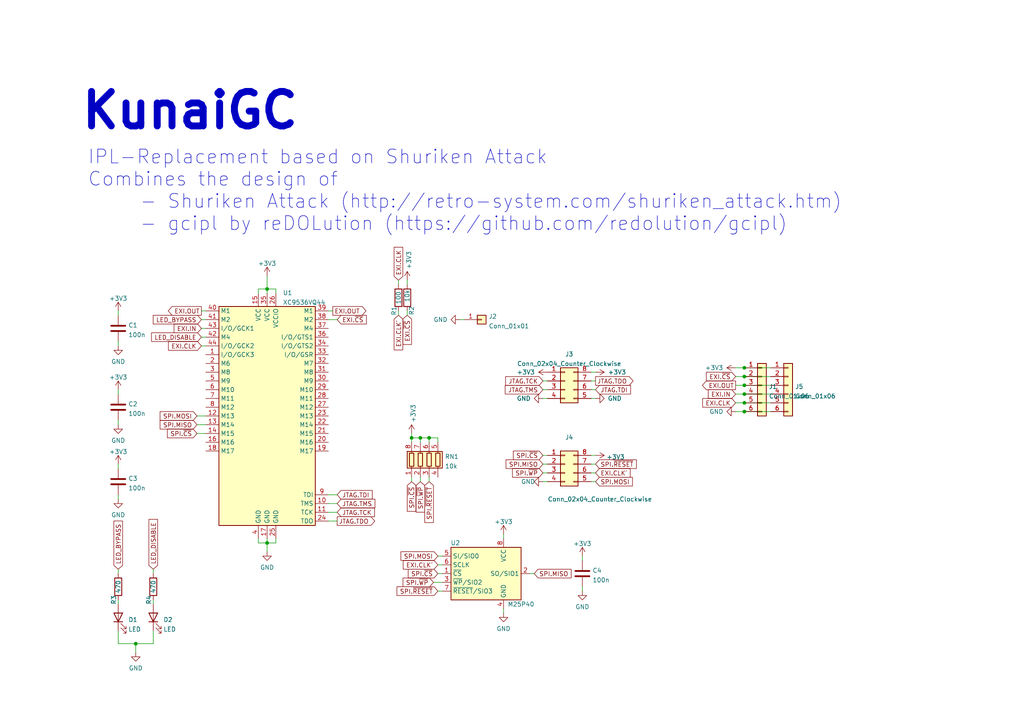
<source format=kicad_sch>
(kicad_sch (version 20230121) (generator eeschema)
  (paper "A4")
  (lib_symbols
    (symbol "CPLD_Xilinx:XC9536VQ44"
      (property "Reference" "U" (at -13.97 33.02 0))
      (property "Value" "XC9536VQ44" (at -13.97 -33.02 0))
      (symbol "XC9536VQ44_1_1"
        (rectangle (start -13.97 31.75) (end 13.97 -31.75) (stroke (width 0.254)) (fill (type background)))
        (pin bidirectional line (at -17.78 17.78 0) (length 3.81) (name "I/O/GCK3") (number "1"))
        (pin input line (at 17.78 -25.4 180) (length 3.81) (name "TMS") (number "10"))
        (pin input line (at 17.78 -27.94 180) (length 3.81) (name "TCK") (number "11"))
        (pin bidirectional line (at -17.78 0 0) (length 3.81) (name "M13") (number "12"))
        (pin bidirectional line (at -17.78 -2.54 0) (length 3.81) (name "M14") (number "13"))
        (pin bidirectional line (at -17.78 -5.08 0) (length 3.81) (name "M15") (number "14"))
        (pin power_in line (at -2.54 35.56 270) (length 3.81) (name "VCC") (number "15"))
        (pin bidirectional line (at -17.78 -7.62 0) (length 3.81) (name "M16") (number "16"))
        (pin power_in line (at 0 -35.56 90) (length 3.81) (name "GND") (number "17"))
        (pin bidirectional line (at -17.78 -10.16 0) (length 3.81) (name "M17") (number "18"))
        (pin bidirectional line (at 17.78 -10.16 180) (length 3.81) (name "M17") (number "19"))
        (pin bidirectional line (at -17.78 15.24 0) (length 3.81) (name "M6") (number "2"))
        (pin bidirectional line (at 17.78 -7.62 180) (length 3.81) (name "M16") (number "20"))
        (pin bidirectional line (at 17.78 -5.08 180) (length 3.81) (name "M15") (number "21"))
        (pin bidirectional line (at 17.78 -2.54 180) (length 3.81) (name "M14") (number "22"))
        (pin bidirectional line (at 17.78 0 180) (length 3.81) (name "M13") (number "23"))
        (pin output line (at 17.78 -30.48 180) (length 3.81) (name "TDO") (number "24"))
        (pin power_in line (at 2.54 -35.56 90) (length 3.81) (name "GND") (number "25"))
        (pin power_in line (at 2.54 35.56 270) (length 3.81) (name "VCCIO") (number "26"))
        (pin bidirectional line (at 17.78 2.54 180) (length 3.81) (name "M12") (number "27"))
        (pin bidirectional line (at 17.78 5.08 180) (length 3.81) (name "M11") (number "28"))
        (pin bidirectional line (at 17.78 7.62 180) (length 3.81) (name "M10") (number "29"))
        (pin bidirectional line (at -17.78 12.7 0) (length 3.81) (name "M8") (number "3"))
        (pin bidirectional line (at 17.78 10.16 180) (length 3.81) (name "M9") (number "30"))
        (pin bidirectional line (at 17.78 12.7 180) (length 3.81) (name "M8") (number "31"))
        (pin bidirectional line (at 17.78 15.24 180) (length 3.81) (name "M7") (number "32"))
        (pin bidirectional line (at 17.78 17.78 180) (length 3.81) (name "I/O/GSR") (number "33"))
        (pin bidirectional line (at 17.78 20.32 180) (length 3.81) (name "I/O/GTS2") (number "34"))
        (pin power_in line (at 0 35.56 270) (length 3.81) (name "VCC") (number "35"))
        (pin bidirectional line (at 17.78 22.86 180) (length 3.81) (name "I/O/GTS1") (number "36"))
        (pin bidirectional line (at 17.78 25.4 180) (length 3.81) (name "M4") (number "37"))
        (pin bidirectional line (at 17.78 27.94 180) (length 3.81) (name "M2") (number "38"))
        (pin bidirectional line (at 17.78 30.48 180) (length 3.81) (name "M1") (number "39"))
        (pin power_in line (at -2.54 -35.56 90) (length 3.81) (name "GND") (number "4"))
        (pin bidirectional line (at -17.78 30.48 0) (length 3.81) (name "M1") (number "40"))
        (pin bidirectional line (at -17.78 27.94 0) (length 3.81) (name "M2") (number "41"))
        (pin bidirectional line (at -17.78 22.86 0) (length 3.81) (name "M4") (number "42"))
        (pin bidirectional line (at -17.78 25.4 0) (length 3.81) (name "I/O/GCK1") (number "43"))
        (pin bidirectional line (at -17.78 20.32 0) (length 3.81) (name "I/O/GCK2") (number "44"))
        (pin bidirectional line (at -17.78 10.16 0) (length 3.81) (name "M9") (number "5"))
        (pin bidirectional line (at -17.78 7.62 0) (length 3.81) (name "M10") (number "6"))
        (pin bidirectional line (at -17.78 5.08 0) (length 3.81) (name "M11") (number "7"))
        (pin bidirectional line (at -17.78 2.54 0) (length 3.81) (name "M12") (number "8"))
        (pin input line (at 17.78 -22.86 180) (length 3.81) (name "TDI") (number "9"))
      )
    )
    (symbol "Connector_Generic:Conn_01x01" (pin_names (offset 1.016) hide)
      (property "Reference" "J" (at 0 2.54 0))
      (property "Value" "Conn_01x01" (at 0 -2.54 0))
      (symbol "Conn_01x01_1_1"
        (rectangle (start -1.27 0.127) (end 0 -0.127) (stroke (width 0.1524)))
        (rectangle (start -1.27 1.27) (end 1.27 -1.27) (stroke (width 0.254)) (fill (type background)))
        (pin passive line (at -5.08 0 0) (length 3.81) (name "Pin_1") (number "1"))
      )
    )
    (symbol "Connector_Generic:Conn_01x06" (pin_names (offset 1.016) hide)
      (property "Reference" "J" (at 0 7.62 0))
      (property "Value" "Conn_01x06" (at 0 -10.16 0))
      (symbol "Conn_01x06_1_1"
        (rectangle (start -1.27 -7.493) (end 0 -7.747) (stroke (width 0.1524)))
        (rectangle (start -1.27 -4.953) (end 0 -5.207) (stroke (width 0.1524)))
        (rectangle (start -1.27 -2.413) (end 0 -2.667) (stroke (width 0.1524)))
        (rectangle (start -1.27 0.127) (end 0 -0.127) (stroke (width 0.1524)))
        (rectangle (start -1.27 2.667) (end 0 2.413) (stroke (width 0.1524)))
        (rectangle (start -1.27 5.207) (end 0 4.953) (stroke (width 0.1524)))
        (rectangle (start -1.27 6.35) (end 1.27 -8.89) (stroke (width 0.254)) (fill (type background)))
        (pin passive line (at -5.08 5.08 0) (length 3.81) (name "Pin_1") (number "1"))
        (pin passive line (at -5.08 2.54 0) (length 3.81) (name "Pin_2") (number "2"))
        (pin passive line (at -5.08 0 0) (length 3.81) (name "Pin_3") (number "3"))
        (pin passive line (at -5.08 -2.54 0) (length 3.81) (name "Pin_4") (number "4"))
        (pin passive line (at -5.08 -5.08 0) (length 3.81) (name "Pin_5") (number "5"))
        (pin passive line (at -5.08 -7.62 0) (length 3.81) (name "Pin_6") (number "6"))
      )
    )
    (symbol "Connector_Generic:Conn_02x04_Counter_Clockwise" (pin_names (offset 1.016) hide)
      (property "Reference" "J" (at 1.27 5.08 0))
      (property "Value" "Conn_02x04_Counter_Clockwise" (at 1.27 -7.62 0))
      (symbol "Conn_02x04_Counter_Clockwise_1_1"
        (rectangle (start -1.27 -4.953) (end 0 -5.207) (stroke (width 0.1524)))
        (rectangle (start -1.27 -2.413) (end 0 -2.667) (stroke (width 0.1524)))
        (rectangle (start -1.27 0.127) (end 0 -0.127) (stroke (width 0.1524)))
        (rectangle (start -1.27 2.667) (end 0 2.413) (stroke (width 0.1524)))
        (rectangle (start -1.27 3.81) (end 3.81 -6.35) (stroke (width 0.254)) (fill (type background)))
        (rectangle (start 3.81 -4.953) (end 2.54 -5.207) (stroke (width 0.1524)))
        (rectangle (start 3.81 -2.413) (end 2.54 -2.667) (stroke (width 0.1524)))
        (rectangle (start 3.81 0.127) (end 2.54 -0.127) (stroke (width 0.1524)))
        (rectangle (start 3.81 2.667) (end 2.54 2.413) (stroke (width 0.1524)))
        (pin passive line (at -5.08 2.54 0) (length 3.81) (name "Pin_1") (number "1"))
        (pin passive line (at -5.08 0 0) (length 3.81) (name "Pin_2") (number "2"))
        (pin passive line (at -5.08 -2.54 0) (length 3.81) (name "Pin_3") (number "3"))
        (pin passive line (at -5.08 -5.08 0) (length 3.81) (name "Pin_4") (number "4"))
        (pin passive line (at 7.62 -5.08 180) (length 3.81) (name "Pin_5") (number "5"))
        (pin passive line (at 7.62 -2.54 180) (length 3.81) (name "Pin_6") (number "6"))
        (pin passive line (at 7.62 0 180) (length 3.81) (name "Pin_7") (number "7"))
        (pin passive line (at 7.62 2.54 180) (length 3.81) (name "Pin_8") (number "8"))
      )
    )
    (symbol "Device:C" (pin_numbers hide) (pin_names (offset 0.254))
      (property "Reference" "C" (at 0.635 2.54 0))
      (property "Value" "C" (at 0.635 -2.54 0))
      (symbol "C_0_1"
        (polyline (pts (xy -2.032 -0.762) (xy 2.032 -0.762)) (stroke (width 0.508)))
        (polyline (pts (xy -2.032 0.762) (xy 2.032 0.762)) (stroke (width 0.508)))
      )
      (symbol "C_1_1"
        (pin passive line (at 0 3.81 270) (length 2.794) (name "~") (number "1"))
        (pin passive line (at 0 -3.81 90) (length 2.794) (name "~") (number "2"))
      )
    )
    (symbol "Device:LED" (pin_numbers hide) (pin_names (offset 1.016) hide)
      (property "Reference" "D" (at 0 2.54 0))
      (property "Value" "LED" (at 0 -2.54 0))
      (symbol "LED_0_1"
        (polyline (pts (xy -1.27 -1.27) (xy -1.27 1.27)) (stroke (width 0.254)))
        (polyline (pts (xy -1.27 0) (xy 1.27 0)))
        (polyline (pts (xy 1.27 -1.27) (xy 1.27 1.27) (xy -1.27 0) (xy 1.27 -1.27)) (stroke (width 0.254)))
        (polyline (pts (xy -3.048 -0.762) (xy -4.572 -2.286) (xy -3.81 -2.286) (xy -4.572 -2.286) (xy -4.572 -1.524)))
        (polyline (pts (xy -1.778 -0.762) (xy -3.302 -2.286) (xy -2.54 -2.286) (xy -3.302 -2.286) (xy -3.302 -1.524)))
      )
      (symbol "LED_1_1"
        (pin passive line (at -3.81 0 0) (length 2.54) (name "K") (number "1"))
        (pin passive line (at 3.81 0 180) (length 2.54) (name "A") (number "2"))
      )
    )
    (symbol "Device:R" (pin_numbers hide) (pin_names (offset 0))
      (property "Reference" "R" (at 2.032 0 90))
      (property "Value" "R" (at 0 0 90))
      (symbol "R_0_1"
        (rectangle (start -1.016 -2.54) (end 1.016 2.54) (stroke (width 0.254)))
      )
      (symbol "R_1_1"
        (pin passive line (at 0 3.81 270) (length 1.27) (name "~") (number "1"))
        (pin passive line (at 0 -3.81 90) (length 1.27) (name "~") (number "2"))
      )
    )
    (symbol "Device:R_Pack04" (pin_names (offset 0) hide)
      (property "Reference" "RN" (at -7.62 0 90))
      (property "Value" "R_Pack04" (at 5.08 0 90))
      (symbol "R_Pack04_0_1"
        (rectangle (start -6.35 -2.413) (end 3.81 2.413) (stroke (width 0.254)) (fill (type background)))
        (rectangle (start -5.715 1.905) (end -4.445 -1.905) (stroke (width 0.254)))
        (rectangle (start -3.175 1.905) (end -1.905 -1.905) (stroke (width 0.254)))
        (rectangle (start -0.635 1.905) (end 0.635 -1.905) (stroke (width 0.254)))
        (polyline (pts (xy -5.08 -2.54) (xy -5.08 -1.905)))
        (polyline (pts (xy -5.08 1.905) (xy -5.08 2.54)))
        (polyline (pts (xy -2.54 -2.54) (xy -2.54 -1.905)))
        (polyline (pts (xy -2.54 1.905) (xy -2.54 2.54)))
        (polyline (pts (xy 0 -2.54) (xy 0 -1.905)))
        (polyline (pts (xy 0 1.905) (xy 0 2.54)))
        (polyline (pts (xy 2.54 -2.54) (xy 2.54 -1.905)))
        (polyline (pts (xy 2.54 1.905) (xy 2.54 2.54)))
        (rectangle (start 1.905 1.905) (end 3.175 -1.905) (stroke (width 0.254)))
      )
      (symbol "R_Pack04_1_1"
        (pin passive line (at -5.08 -5.08 90) (length 2.54) (name "R1.1") (number "1"))
        (pin passive line (at -2.54 -5.08 90) (length 2.54) (name "R2.1") (number "2"))
        (pin passive line (at 0 -5.08 90) (length 2.54) (name "R3.1") (number "3"))
        (pin passive line (at 2.54 -5.08 90) (length 2.54) (name "R4.1") (number "4"))
        (pin passive line (at 2.54 5.08 270) (length 2.54) (name "R4.2") (number "5"))
        (pin passive line (at 0 5.08 270) (length 2.54) (name "R3.2") (number "6"))
        (pin passive line (at -2.54 5.08 270) (length 2.54) (name "R2.2") (number "7"))
        (pin passive line (at -5.08 5.08 270) (length 2.54) (name "R1.2") (number "8"))
      )
    )
    (symbol "Memory_Flash:MX25R3235FM1xx0"
      (property "Reference" "U" (at -8.89 8.89 0))
      (property "Value" "MX25R3235FM1xx0" (at 15.24 8.89 0))
      (symbol "MX25R3235FM1xx0_1_1"
        (rectangle (start -10.16 7.62) (end 10.16 -7.62) (stroke (width 0.254)) (fill (type background)))
        (pin input line (at -12.7 0 0) (length 2.54) (name "~{CS}") (number "1"))
        (pin bidirectional line (at 12.7 0 180) (length 2.54) (name "SO/SIO1") (number "2"))
        (pin bidirectional line (at -12.7 -2.54 0) (length 2.54) (name "~{WP}/SIO2") (number "3"))
        (pin power_in line (at 5.08 -10.16 90) (length 2.54) (name "GND") (number "4"))
        (pin bidirectional line (at -12.7 5.08 0) (length 2.54) (name "SI/SIO0") (number "5"))
        (pin input line (at -12.7 2.54 0) (length 2.54) (name "SCLK") (number "6"))
        (pin bidirectional line (at -12.7 -5.08 0) (length 2.54) (name "~{RESET}/SIO3") (number "7"))
        (pin power_in line (at 5.08 10.16 270) (length 2.54) (name "VCC") (number "8"))
      )
    )
    (symbol "power:+3.3V" (power) (pin_names (offset 0))
      (property "Value" "+3.3V" (at 0 3.556 0))
      (symbol "+3.3V_0_1"
        (polyline (pts (xy -0.762 1.27) (xy 0 2.54)))
        (polyline (pts (xy 0 0) (xy 0 2.54)))
        (polyline (pts (xy 0 2.54) (xy 0.762 1.27)))
      )
      (symbol "+3.3V_1_1"
        (pin power_in line (at 0 0 90) (length 0) hide (name "+3V3") (number "1"))
      )
    )
    (symbol "power:GND" (power) (pin_names (offset 0))
      (property "Value" "GND" (at 0 -3.81 0))
      (symbol "GND_0_1"
        (polyline (pts (xy 0 0) (xy 0 -1.27) (xy 1.27 -1.27) (xy 0 -2.54) (xy -1.27 -1.27) (xy 0 -1.27)))
      )
      (symbol "GND_1_1"
        (pin power_in line (at 0 0 270) (length 0) hide (name "GND") (number "1"))
      )
    )
  )
  (junction (at 39.37 186.69))
  (junction (at 124.46 127))
  (junction (at 215.9 109.22))
  (junction (at 215.9 106.68))
  (junction (at 121.92 127))
  (junction (at 215.9 119.38))
  (junction (at 215.9 116.84))
  (junction (at 215.9 111.76))
  (junction (at 215.9 114.3))
  (junction (at 119.38 127))
  (junction (at 77.47 83.82))
  (junction (at 77.47 157.48))
  (wire (pts (xy 80.01 83.82) (xy 80.01 85.09)))
  (wire (pts (xy 215.9 111.76) (xy 223.52 111.76)))
  (wire (pts (xy 57.15 125.73) (xy 59.69 125.73)))
  (wire (pts (xy 215.9 116.84) (xy 223.52 116.84)))
  (wire (pts (xy 34.29 113.03) (xy 34.29 114.3)))
  (wire (pts (xy 115.57 82.55) (xy 115.57 81.28)))
  (wire (pts (xy 34.29 121.92) (xy 34.29 123.19)))
  (wire (pts (xy 95.25 92.71) (xy 97.79 92.71)))
  (wire (pts (xy 44.45 173.99) (xy 44.45 175.26)))
  (wire (pts (xy 77.47 157.48) (xy 80.01 157.48)))
  (wire (pts (xy 172.72 139.7) (xy 171.45 139.7)))
  (wire (pts (xy 172.72 110.49) (xy 171.45 110.49)))
  (wire (pts (xy 213.36 109.22) (xy 215.9 109.22)))
  (wire (pts (xy 34.29 99.06) (xy 34.29 100.33)))
  (wire (pts (xy 157.48 113.03) (xy 158.75 113.03)))
  (wire (pts (xy 121.92 127) (xy 121.92 128.27)))
  (wire (pts (xy 157.48 134.62) (xy 158.75 134.62)))
  (wire (pts (xy 77.47 160.02) (xy 77.47 157.48)))
  (wire (pts (xy 96.52 90.17) (xy 95.25 90.17)))
  (wire (pts (xy 77.47 83.82) (xy 80.01 83.82)))
  (wire (pts (xy 215.9 106.68) (xy 223.52 106.68)))
  (wire (pts (xy 127 127) (xy 127 128.27)))
  (wire (pts (xy 119.38 127) (xy 121.92 127)))
  (wire (pts (xy 95.25 143.51) (xy 97.79 143.51)))
  (wire (pts (xy 58.42 97.79) (xy 59.69 97.79)))
  (wire (pts (xy 44.45 186.69) (xy 44.45 182.88)))
  (wire (pts (xy 77.47 83.82) (xy 77.47 85.09)))
  (wire (pts (xy 146.05 154.94) (xy 146.05 156.21)))
  (wire (pts (xy 171.45 115.57) (xy 172.72 115.57)))
  (wire (pts (xy 127 161.29) (xy 128.27 161.29)))
  (wire (pts (xy 34.29 90.17) (xy 34.29 91.44)))
  (wire (pts (xy 77.47 156.21) (xy 77.47 157.48)))
  (wire (pts (xy 80.01 156.21) (xy 80.01 157.48)))
  (wire (pts (xy 58.42 90.17) (xy 59.69 90.17)))
  (wire (pts (xy 146.05 176.53) (xy 146.05 177.8)))
  (wire (pts (xy 157.48 132.08) (xy 158.75 132.08)))
  (wire (pts (xy 127 166.37) (xy 128.27 166.37)))
  (wire (pts (xy 74.93 156.21) (xy 74.93 157.48)))
  (wire (pts (xy 39.37 186.69) (xy 44.45 186.69)))
  (wire (pts (xy 157.48 137.16) (xy 158.75 137.16)))
  (wire (pts (xy 157.48 139.7) (xy 158.75 139.7)))
  (wire (pts (xy 39.37 186.69) (xy 39.37 189.23)))
  (wire (pts (xy 215.9 114.3) (xy 223.52 114.3)))
  (wire (pts (xy 121.92 127) (xy 124.46 127)))
  (wire (pts (xy 127 163.83) (xy 128.27 163.83)))
  (wire (pts (xy 57.15 120.65) (xy 59.69 120.65)))
  (wire (pts (xy 58.42 92.71) (xy 59.69 92.71)))
  (wire (pts (xy 213.36 114.3) (xy 215.9 114.3)))
  (wire (pts (xy 213.36 116.84) (xy 215.9 116.84)))
  (wire (pts (xy 77.47 83.82) (xy 74.93 83.82)))
  (wire (pts (xy 171.45 107.95) (xy 172.72 107.95)))
  (wire (pts (xy 125.73 168.91) (xy 128.27 168.91)))
  (wire (pts (xy 57.15 123.19) (xy 59.69 123.19)))
  (wire (pts (xy 34.29 165.1) (xy 34.29 166.37)))
  (wire (pts (xy 95.25 151.13) (xy 97.79 151.13)))
  (wire (pts (xy 153.67 166.37) (xy 154.94 166.37)))
  (wire (pts (xy 95.25 148.59) (xy 97.79 148.59)))
  (wire (pts (xy 74.93 83.82) (xy 74.93 85.09)))
  (wire (pts (xy 58.42 100.33) (xy 59.69 100.33)))
  (wire (pts (xy 115.57 91.44) (xy 115.57 90.17)))
  (wire (pts (xy 124.46 127) (xy 124.46 128.27)))
  (wire (pts (xy 127 171.45) (xy 128.27 171.45)))
  (wire (pts (xy 34.29 173.99) (xy 34.29 175.26)))
  (wire (pts (xy 124.46 138.43) (xy 124.46 139.7)))
  (wire (pts (xy 119.38 127) (xy 119.38 125.73)))
  (wire (pts (xy 157.48 115.57) (xy 158.75 115.57)))
  (wire (pts (xy 213.36 106.68) (xy 215.9 106.68)))
  (wire (pts (xy 157.48 110.49) (xy 158.75 110.49)))
  (wire (pts (xy 95.25 146.05) (xy 97.79 146.05)))
  (wire (pts (xy 58.42 95.25) (xy 59.69 95.25)))
  (wire (pts (xy 172.72 134.62) (xy 171.45 134.62)))
  (wire (pts (xy 215.9 119.38) (xy 223.52 119.38)))
  (wire (pts (xy 34.29 182.88) (xy 34.29 186.69)))
  (wire (pts (xy 121.92 138.43) (xy 121.92 139.7)))
  (wire (pts (xy 168.91 170.18) (xy 168.91 171.45)))
  (wire (pts (xy 118.11 81.28) (xy 118.11 82.55)))
  (wire (pts (xy 171.45 113.03) (xy 172.72 113.03)))
  (wire (pts (xy 77.47 80.01) (xy 77.47 83.82)))
  (wire (pts (xy 124.46 127) (xy 127 127)))
  (wire (pts (xy 119.38 139.7) (xy 119.38 138.43)))
  (wire (pts (xy 172.72 132.08) (xy 171.45 132.08)))
  (wire (pts (xy 119.38 128.27) (xy 119.38 127)))
  (wire (pts (xy 118.11 90.17) (xy 118.11 91.44)))
  (wire (pts (xy 44.45 165.1) (xy 44.45 166.37)))
  (wire (pts (xy 34.29 134.62) (xy 34.29 135.89)))
  (wire (pts (xy 34.29 186.69) (xy 39.37 186.69)))
  (wire (pts (xy 133.35 92.71) (xy 134.62 92.71)))
  (wire (pts (xy 172.72 137.16) (xy 171.45 137.16)))
  (wire (pts (xy 168.91 161.29) (xy 168.91 162.56)))
  (wire (pts (xy 213.36 119.38) (xy 215.9 119.38)))
  (wire (pts (xy 215.9 109.22) (xy 223.52 109.22)))
  (wire (pts (xy 34.29 143.51) (xy 34.29 144.78)))
  (wire (pts (xy 213.36 111.76) (xy 215.9 111.76)))
  (wire (pts (xy 77.47 157.48) (xy 74.93 157.48)))
  (text "IPL-Replacement based on Shuriken Attack\nCombines the design of \n	- Shuriken Attack (http://retro-system.com/shuriken_attack.htm)\n	- gcipl by reDOLution (https://github.com/redolution/gcipl)" (at 25.4 67.31 0) (effects (font (size 4 4)) (justify left bottom)))
  (text "KunaiGC" (at 22.86 38.1 0) (effects (font (size 10 10) (thickness 2) bold) (justify left bottom)))
  (global_label "SPI.~{CS}" (shape input) (at 157.48 132.08 180) (property "Intersheetrefs" "${INTERSHEET_REFS}" (effects hide)))
  (global_label "EXI.~{CS}" (shape input) (at 97.79 92.71 0) (property "Intersheetrefs" "${INTERSHEET_REFS}" (effects hide)))
  (global_label "SPI.MOSI" (shape input) (at 172.72 139.7 0) (property "Intersheetrefs" "${INTERSHEET_REFS}" (effects hide)))
  (global_label "SPI.~{RESET}" (shape input) (at 172.72 134.62 0) (property "Intersheetrefs" "${INTERSHEET_REFS}" (effects hide)))
  (global_label "LED_DISABLE" (shape input) (at 44.45 165.1 90) (property "Intersheetrefs" "${INTERSHEET_REFS}" (effects hide)))
  (global_label "JTAG.TDI" (shape input) (at 172.72 113.03 0) (property "Intersheetrefs" "${INTERSHEET_REFS}" (effects hide)))
  (global_label "SPI.MISO" (shape input) (at 157.48 134.62 180) (property "Intersheetrefs" "${INTERSHEET_REFS}" (effects hide)))
  (global_label "SPI.~{RESET}" (shape input) (at 124.46 139.7 270) (property "Intersheetrefs" "${INTERSHEET_REFS}" (effects hide)))
  (global_label "EXI.~{CS}" (shape input) (at 213.36 109.22 180) (property "Intersheetrefs" "${INTERSHEET_REFS}" (effects hide)))
  (global_label "LED_BYPASS" (shape input) (at 34.29 165.1 90) (property "Intersheetrefs" "${INTERSHEET_REFS}" (effects hide)))
  (global_label "JTAG.TCK" (shape input) (at 157.48 110.49 180) (property "Intersheetrefs" "${INTERSHEET_REFS}" (effects hide)))
  (global_label "EXI.CLK" (shape input) (at 58.42 100.33 180) (property "Intersheetrefs" "${INTERSHEET_REFS}" (effects hide)))
  (global_label "JTAG.TMS" (shape input) (at 157.48 113.03 180) (property "Intersheetrefs" "${INTERSHEET_REFS}" (effects hide)))
  (global_label "SPI.~{WP}" (shape input) (at 125.73 168.91 180) (property "Intersheetrefs" "${INTERSHEET_REFS}" (effects hide)))
  (global_label "SPI.MISO" (shape input) (at 154.94 166.37 0) (property "Intersheetrefs" "${INTERSHEET_REFS}" (effects hide)))
  (global_label "JTAG.TDI" (shape input) (at 97.79 143.51 0) (property "Intersheetrefs" "${INTERSHEET_REFS}" (effects hide)))
  (global_label "EXI.IN" (shape input) (at 213.36 114.3 180) (property "Intersheetrefs" "${INTERSHEET_REFS}" (effects hide)))
  (global_label "EXI.CLK´" (shape input) (at 127 163.83 180) (property "Intersheetrefs" "${INTERSHEET_REFS}" (effects hide)))
  (global_label "EXI.CLK´" (shape input) (at 115.57 91.44 270) (property "Intersheetrefs" "${INTERSHEET_REFS}" (effects hide)))
  (global_label "JTAG.TDO" (shape output) (at 97.79 151.13 0) (property "Intersheetrefs" "${INTERSHEET_REFS}" (effects hide)))
  (global_label "JTAG.TCK" (shape input) (at 97.79 148.59 0) (property "Intersheetrefs" "${INTERSHEET_REFS}" (effects hide)))
  (global_label "LED_DISABLE" (shape input) (at 58.42 97.79 180) (property "Intersheetrefs" "${INTERSHEET_REFS}" (effects hide)))
  (global_label "EXI.OUT" (shape output) (at 58.42 90.17 180) (property "Intersheetrefs" "${INTERSHEET_REFS}" (effects hide)))
  (global_label "SPI.MOSI" (shape input) (at 127 161.29 180) (property "Intersheetrefs" "${INTERSHEET_REFS}" (effects hide)))
  (global_label "EXI.CLK" (shape input) (at 115.57 81.28 90) (property "Intersheetrefs" "${INTERSHEET_REFS}" (effects hide)))
  (global_label "JTAG.TDO" (shape output) (at 172.72 110.49 0) (property "Intersheetrefs" "${INTERSHEET_REFS}" (effects hide)))
  (global_label "SPI.~{RESET}" (shape input) (at 127 171.45 180) (property "Intersheetrefs" "${INTERSHEET_REFS}" (effects hide)))
  (global_label "EXI.OUT" (shape output) (at 96.52 90.17 0) (property "Intersheetrefs" "${INTERSHEET_REFS}" (effects hide)))
  (global_label "SPI.~{WP}" (shape input) (at 121.92 139.7 270) (property "Intersheetrefs" "${INTERSHEET_REFS}" (effects hide)))
  (global_label "EXI.CLK" (shape input) (at 213.36 116.84 180) (property "Intersheetrefs" "${INTERSHEET_REFS}" (effects hide)))
  (global_label "SPI.MOSI" (shape input) (at 57.15 120.65 180) (property "Intersheetrefs" "${INTERSHEET_REFS}" (effects hide)))
  (global_label "LED_BYPASS" (shape input) (at 58.42 92.71 180) (property "Intersheetrefs" "${INTERSHEET_REFS}" (effects hide)))
  (global_label "EXI.~{CS}" (shape input) (at 118.11 91.44 270) (property "Intersheetrefs" "${INTERSHEET_REFS}" (effects hide)))
  (global_label "SPI.~{CS}" (shape input) (at 119.38 139.7 270) (property "Intersheetrefs" "${INTERSHEET_REFS}" (effects hide)))
  (global_label "EXI.OUT" (shape output) (at 213.36 111.76 180) (property "Intersheetrefs" "${INTERSHEET_REFS}" (effects hide)))
  (global_label "EXI.IN" (shape input) (at 58.42 95.25 180) (property "Intersheetrefs" "${INTERSHEET_REFS}" (effects hide)))
  (global_label "EXI.CLK´" (shape input) (at 172.72 137.16 0) (property "Intersheetrefs" "${INTERSHEET_REFS}" (effects hide)))
  (global_label "SPI.~{CS}" (shape input) (at 127 166.37 180) (property "Intersheetrefs" "${INTERSHEET_REFS}" (effects hide)))
  (global_label "JTAG.TMS" (shape input) (at 97.79 146.05 0) (property "Intersheetrefs" "${INTERSHEET_REFS}" (effects hide)))
  (global_label "SPI.~{WP}" (shape input) (at 157.48 137.16 180) (property "Intersheetrefs" "${INTERSHEET_REFS}" (effects hide)))
  (global_label "SPI.MISO" (shape input) (at 57.15 123.19 180) (property "Intersheetrefs" "${INTERSHEET_REFS}" (effects hide)))
  (global_label "SPI.~{CS}" (shape input) (at 57.15 125.73 180) (property "Intersheetrefs" "${INTERSHEET_REFS}" (effects hide)))
  (symbol (lib_id "Memory_Flash:MX25R3235FM1xx0") (at 140.97 166.37 0) (unit 1)
    (property "Reference" "U2" (at 132.08 157.48 0))
    (property "Value" "M25P40" (at 151.13 175.26 0))
    (property "Footprint" "Eigene:SOP-8-Wide" (effects hide))
    (property "Datasheet" "http://www.macronix.com/Lists/Datasheet/Attachments/7534/MX25R3235F,%20Wide%20Range,%2032Mb,%20v1.6.pdf" (effects hide))
  )
  (symbol (lib_id "power:GND") (at 168.91 171.45 0) (unit 1)
    (property "Reference" "#PWR0113" (effects hide))
    (property "Value" "GND" (at 168.91 176.0125 0))
  )
  (symbol (lib_id "power:GND") (at 213.36 119.38 270) (unit 1)
    (property "Reference" "#PWR0103" (effects hide))
    (property "Value" "GND" (at 205.74 119.38 90) (effects (justify left)))
  )
  (symbol (lib_id "Device:C") (at 34.29 95.25 0) (unit 1)
    (property "Reference" "C1" (at 37.211 94.3415 0) (effects (justify left)))
    (property "Value" "100n" (at 37.211 97.1166 0) (effects (justify left)))
    (property "Footprint" "Capacitor_SMD:C_0805_2012Metric" (effects hide))
  )
  (symbol (lib_id "Device:R") (at 34.29 170.18 180) (unit 1)
    (property "Reference" "R3" (at 33.02 173.99 90))
    (property "Value" "470" (at 34.29 170.18 90))
    (property "Footprint" "Resistor_SMD:R_0805_2012Metric" (effects hide))
  )
  (symbol (lib_id "power:GND") (at 172.72 115.57 90) (unit 1)
    (property "Reference" "#PWR?" (effects hide))
    (property "Value" "GND" (at 180.34 115.57 90) (effects (justify left)))
  )
  (symbol (lib_id "power:GND") (at 157.48 139.7 270) (unit 1)
    (property "Reference" "#PWR0110" (effects hide))
    (property "Value" "GND" (at 151.13 139.7 90) (effects (justify left)))
  )
  (symbol (lib_id "power:+3.3V") (at 172.72 107.95 270) (unit 1)
    (property "Reference" "#PWR0112" (effects hide))
    (property "Value" "+3.3V" (at 181.61 107.95 90) (effects (justify right)))
  )
  (symbol (lib_id "Device:C") (at 168.91 166.37 0) (unit 1)
    (property "Reference" "C4" (at 171.831 165.4615 0) (effects (justify left)))
    (property "Value" "100n" (at 171.831 168.2366 0) (effects (justify left)))
    (property "Footprint" "Capacitor_SMD:C_0805_2012Metric" (effects hide))
  )
  (symbol (lib_id "power:+3.3V") (at 172.72 132.08 270) (unit 1)
    (property "Reference" "#PWR0105" (effects hide))
    (property "Value" "+3.3V" (at 175.895 132.559 90) (effects (justify left)))
  )
  (symbol (lib_id "power:+3.3V") (at 77.47 80.01 0) (unit 1)
    (property "Reference" "#PWR0102" (effects hide))
    (property "Value" "+3.3V" (at 77.47 76.4055 0))
  )
  (symbol (lib_id "power:+3.3V") (at 34.29 113.03 0) (unit 1)
    (property "Reference" "#PWR0117" (effects hide))
    (property "Value" "+3.3V" (at 34.29 109.4255 0))
  )
  (symbol (lib_id "Device:R") (at 115.57 86.36 180) (unit 1)
    (property "Reference" "R1" (at 114.3 90.17 90))
    (property "Value" "100" (at 115.57 86.36 90))
    (property "Footprint" "Resistor_SMD:R_0805_2012Metric" (effects hide))
  )
  (symbol (lib_id "power:+3.3V") (at 146.05 154.94 0) (unit 1)
    (property "Reference" "#PWR0111" (effects hide))
    (property "Value" "+3.3V" (at 146.05 151.3355 0))
  )
  (symbol (lib_id "Connector_Generic:Conn_01x06") (at 220.98 111.76 0) (unit 1)
    (property "Reference" "J1" (at 223.012 112.1215 0) (effects (justify left)))
    (property "Value" "Conn_01x06" (at 223.012 114.8966 0) (effects (justify left)))
    (property "Footprint" "Connector_PinHeader_2.54mm:PinHeader_1x06_P2.54mm_Vertical" (effects hide))
  )
  (symbol (lib_id "Device:R") (at 118.11 86.36 0) (unit 1)
    (property "Reference" "R2" (at 119.38 91.44 90) (effects (justify left)))
    (property "Value" "10k" (at 118.11 87.63 90) (effects (justify left)))
    (property "Footprint" "Resistor_SMD:R_0805_2012Metric" (effects hide))
  )
  (symbol (lib_id "power:+3.3V") (at 119.38 125.73 0) (unit 1)
    (property "Reference" "#PWR0107" (effects hide))
    (property "Value" "+3.3V" (at 119.859 122.555 90) (effects (justify left)))
  )
  (symbol (lib_id "power:GND") (at 34.29 144.78 0) (unit 1)
    (property "Reference" "#PWR0118" (effects hide))
    (property "Value" "GND" (at 34.29 149.3425 0))
  )
  (symbol (lib_id "power:GND") (at 34.29 100.33 0) (unit 1)
    (property "Reference" "#PWR0116" (effects hide))
    (property "Value" "GND" (at 34.29 104.8925 0))
  )
  (symbol (lib_id "Connector_Generic:Conn_02x04_Counter_Clockwise") (at 163.83 110.49 0) (unit 1)
    (property "Reference" "J3" (at 165.1 102.7135 0))
    (property "Value" "Conn_02x04_Counter_Clockwise" (at 165.1 105.4886 0))
    (property "Footprint" "Eigene:SOIC_clipProgSmall" (effects hide))
  )
  (symbol (lib_id "power:GND") (at 146.05 177.8 0) (unit 1)
    (property "Reference" "#PWR0109" (effects hide))
    (property "Value" "GND" (at 146.05 182.3625 0))
  )
  (symbol (lib_id "power:+3.3V") (at 118.11 81.28 0) (unit 1)
    (property "Reference" "#PWR0121" (effects hide))
    (property "Value" "+3.3V" (at 118.589 78.105 90) (effects (justify left)))
  )
  (symbol (lib_id "Device:C") (at 34.29 118.11 0) (unit 1)
    (property "Reference" "C2" (at 37.211 117.2015 0) (effects (justify left)))
    (property "Value" "100n" (at 37.211 119.9766 0) (effects (justify left)))
    (property "Footprint" "Capacitor_SMD:C_0805_2012Metric" (effects hide))
  )
  (symbol (lib_id "power:+3.3V") (at 213.36 106.68 90) (unit 1)
    (property "Reference" "#PWR0101" (effects hide))
    (property "Value" "+3.3V" (at 204.47 106.68 90) (effects (justify right)))
  )
  (symbol (lib_id "Connector_Generic:Conn_01x06") (at 228.6 111.76 0) (unit 1)
    (property "Reference" "J5" (at 230.632 112.1215 0) (effects (justify left)))
    (property "Value" "Conn_01x06" (at 230.632 114.8966 0) (effects (justify left)))
    (property "Footprint" "Connector_PinHeader_2.54mm:PinHeader_1x06_P2.54mm_Vertical" (effects hide))
  )
  (symbol (lib_id "power:GND") (at 77.47 160.02 0) (unit 1)
    (property "Reference" "#PWR0106" (effects hide))
    (property "Value" "GND" (at 77.47 164.5825 0))
  )
  (symbol (lib_id "Device:LED") (at 34.29 179.07 90) (unit 1)
    (property "Reference" "D1" (at 37.211 179.749 90) (effects (justify right)))
    (property "Value" "LED" (at 37.211 182.5241 90) (effects (justify right)))
    (property "Footprint" "LED_SMD:LED_0805_2012Metric" (effects hide))
  )
  (symbol (lib_id "Device:R_Pack04") (at 124.46 133.35 0) (unit 1)
    (property "Reference" "RN1" (at 129.032 132.4415 0) (effects (justify left)))
    (property "Value" "10k" (at 129.032 135.2166 0) (effects (justify left)))
    (property "Footprint" "Resistor_SMD:R_Array_Concave_4x0603" (effects hide))
  )
  (symbol (lib_id "Device:LED") (at 44.45 179.07 90) (unit 1)
    (property "Reference" "D2" (at 47.371 179.749 90) (effects (justify right)))
    (property "Value" "LED" (at 47.371 182.5241 90) (effects (justify right)))
    (property "Footprint" "LED_SMD:LED_0805_2012Metric" (effects hide))
  )
  (symbol (lib_id "power:+3.3V") (at 34.29 90.17 0) (unit 1)
    (property "Reference" "#PWR0115" (effects hide))
    (property "Value" "+3.3V" (at 34.29 86.5655 0))
  )
  (symbol (lib_id "power:GND") (at 133.35 92.71 270) (unit 1)
    (property "Reference" "#PWR0104" (effects hide))
    (property "Value" "GND" (at 125.73 92.71 90) (effects (justify left)))
  )
  (symbol (lib_id "Device:R") (at 44.45 170.18 180) (unit 1)
    (property "Reference" "R4" (at 43.18 173.99 90))
    (property "Value" "470" (at 44.45 170.18 90))
    (property "Footprint" "Resistor_SMD:R_0805_2012Metric" (effects hide))
  )
  (symbol (lib_id "Connector_Generic:Conn_01x01") (at 139.7 92.71 0) (unit 1)
    (property "Reference" "J2" (at 141.732 91.8015 0) (effects (justify left)))
    (property "Value" "Conn_01x01" (at 141.732 94.5766 0) (effects (justify left)))
    (property "Footprint" "TestPoint:TestPoint_Pad_1.5x1.5mm" (effects hide))
  )
  (symbol (lib_id "CPLD_Xilinx:XC9536VQ44") (at 77.47 120.65 0) (unit 1)
    (property "Reference" "U1" (at 82.0294 84.9335 0) (effects (justify left)))
    (property "Value" "XC9536VQ44" (at 82.0294 87.7086 0) (effects (justify left)))
    (property "Footprint" "Package_QFP:TQFP-44_10x10mm_P0.8mm" (effects hide))
    (property "Datasheet" "xilinx/xc9536.pdf" (effects hide))
  )
  (symbol (lib_id "power:GND") (at 39.37 189.23 0) (unit 1)
    (property "Reference" "#PWR0122" (effects hide))
    (property "Value" "GND" (at 39.37 193.7925 0))
  )
  (symbol (lib_id "Device:C") (at 34.29 139.7 0) (unit 1)
    (property "Reference" "C3" (at 37.211 138.7915 0) (effects (justify left)))
    (property "Value" "100n" (at 37.211 141.5666 0) (effects (justify left)))
    (property "Footprint" "Capacitor_SMD:C_0805_2012Metric" (effects hide))
  )
  (symbol (lib_id "power:+3.3V") (at 158.75 107.95 90) (unit 1)
    (property "Reference" "#PWR?" (effects hide))
    (property "Value" "+3.3V" (at 149.86 107.95 90) (effects (justify right)))
  )
  (symbol (lib_id "Connector_Generic:Conn_02x04_Counter_Clockwise") (at 163.83 134.62 0) (unit 1)
    (property "Reference" "J4" (at 165.1 126.8435 0))
    (property "Value" "Conn_02x04_Counter_Clockwise" (at 173.99 144.78 0))
    (property "Footprint" "Eigene:SOIC_clipProgSmall" (effects hide))
  )
  (symbol (lib_id "power:GND") (at 34.29 123.19 0) (unit 1)
    (property "Reference" "#PWR0120" (effects hide))
    (property "Value" "GND" (at 34.29 127.7525 0))
  )
  (symbol (lib_id "power:+3.3V") (at 34.29 134.62 0) (unit 1)
    (property "Reference" "#PWR0119" (effects hide))
    (property "Value" "+3.3V" (at 34.29 131.0155 0))
  )
  (symbol (lib_id "power:+3.3V") (at 168.91 161.29 0) (unit 1)
    (property "Reference" "#PWR0114" (effects hide))
    (property "Value" "+3.3V" (at 168.91 157.6855 0))
  )
  (symbol (lib_id "power:GND") (at 157.48 115.57 270) (unit 1)
    (property "Reference" "#PWR0108" (effects hide))
    (property "Value" "GND" (at 149.86 115.57 90) (effects (justify left)))
  )
)
</source>
